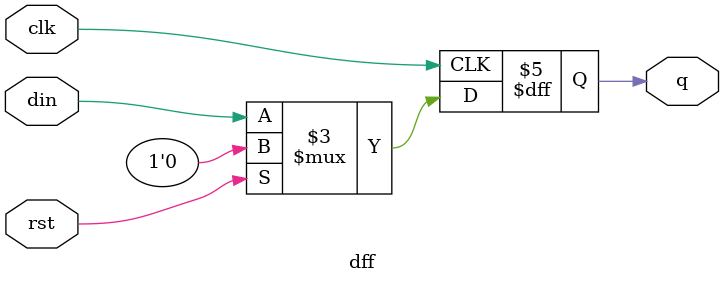
<source format=v>
/*
 * @Author: TheWindISeek FAIZ030612@163.com
 * @Date: 2023-05-09 19:14:51
 * @LastEditors: TheWindISeek FAIZ030612@163.com
 * @LastEditTime: 2023-05-09 19:17:32
 * @FilePath: \VerilogProject\src\Examples\D copy.v
 * @Description: 带复位的D触发器
 */
module dff (
    input       clk,
    input       rst,
    input       din,
    output reg  q
);
always @(posedge clk) begin
    if(rst) 
    begin
        q <= 1'b0;
    end
    else 
    begin
        q <= din;
    end
end

endmodule
</source>
